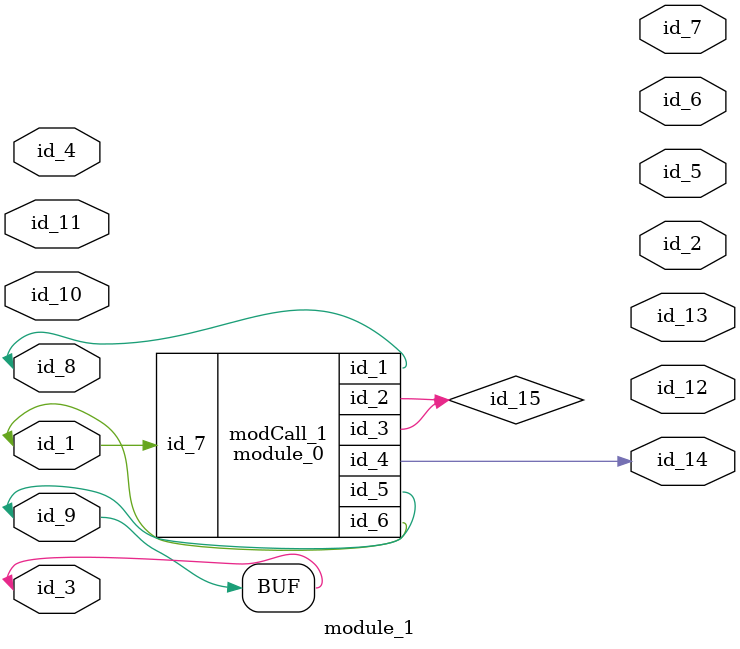
<source format=v>
module module_0 (
    id_1,
    id_2,
    id_3,
    id_4,
    id_5,
    id_6,
    id_7
);
  input wire id_7;
  inout wire id_6;
  output wire id_5;
  output wire id_4;
  inout wire id_3;
  inout wire id_2;
  output wire id_1;
  assign id_1 = id_3 <= 1;
endmodule
module module_1 (
    id_1,
    id_2,
    id_3,
    id_4,
    id_5,
    id_6,
    id_7,
    id_8,
    id_9,
    id_10,
    id_11,
    id_12,
    id_13,
    id_14
);
  output wire id_14;
  output wire id_13;
  output wire id_12;
  input wire id_11;
  inout wire id_10;
  inout wire id_9;
  inout wire id_8;
  output wire id_7;
  output wire id_6;
  output wire id_5;
  input wire id_4;
  inout wire id_3;
  output wire id_2;
  inout wire id_1;
  wire id_15;
  assign id_9 = id_3;
  module_0 modCall_1 (
      id_8,
      id_15,
      id_15,
      id_14,
      id_9,
      id_1,
      id_1
  );
  wire id_16;
endmodule

</source>
